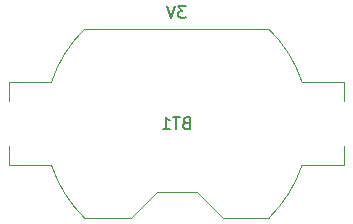
<source format=gbr>
%TF.GenerationSoftware,KiCad,Pcbnew,(6.0.11)*%
%TF.CreationDate,2023-04-20T22:04:15+02:00*%
%TF.ProjectId,NixieTubeSchematic,4e697869-6554-4756-9265-536368656d61,0.1*%
%TF.SameCoordinates,Original*%
%TF.FileFunction,AssemblyDrawing,Bot*%
%FSLAX46Y46*%
G04 Gerber Fmt 4.6, Leading zero omitted, Abs format (unit mm)*
G04 Created by KiCad (PCBNEW (6.0.11)) date 2023-04-20 22:04:15*
%MOMM*%
%LPD*%
G01*
G04 APERTURE LIST*
%ADD10C,0.150000*%
%ADD11C,0.100000*%
G04 APERTURE END LIST*
D10*
%TO.C,BT1*%
X143761904Y-92054380D02*
X143142857Y-92054380D01*
X143476190Y-92435333D01*
X143333333Y-92435333D01*
X143238095Y-92482952D01*
X143190476Y-92530571D01*
X143142857Y-92625809D01*
X143142857Y-92863904D01*
X143190476Y-92959142D01*
X143238095Y-93006761D01*
X143333333Y-93054380D01*
X143619047Y-93054380D01*
X143714285Y-93006761D01*
X143761904Y-92959142D01*
X142857142Y-92054380D02*
X142523809Y-93054380D01*
X142190476Y-92054380D01*
X143785714Y-101928571D02*
X143642857Y-101976190D01*
X143595238Y-102023809D01*
X143547619Y-102119047D01*
X143547619Y-102261904D01*
X143595238Y-102357142D01*
X143642857Y-102404761D01*
X143738095Y-102452380D01*
X144119047Y-102452380D01*
X144119047Y-101452380D01*
X143785714Y-101452380D01*
X143690476Y-101500000D01*
X143642857Y-101547619D01*
X143595238Y-101642857D01*
X143595238Y-101738095D01*
X143642857Y-101833333D01*
X143690476Y-101880952D01*
X143785714Y-101928571D01*
X144119047Y-101928571D01*
X143261904Y-101452380D02*
X142690476Y-101452380D01*
X142976190Y-102452380D02*
X142976190Y-101452380D01*
X141833333Y-102452380D02*
X142404761Y-102452380D01*
X142119047Y-102452380D02*
X142119047Y-101452380D01*
X142214285Y-101595238D01*
X142309523Y-101690476D01*
X142404761Y-101738095D01*
D11*
X141300000Y-107800000D02*
X139100000Y-110000000D01*
X132387250Y-98500000D02*
X128800000Y-98500000D01*
X139100000Y-110000000D02*
X135197400Y-110000000D01*
X128800000Y-98500000D02*
X128800000Y-100100000D01*
X157200000Y-105500000D02*
X153612750Y-105500000D01*
X150802600Y-94000000D02*
X135197400Y-94000000D01*
X128800000Y-103900000D02*
X128800000Y-105500000D01*
X157200000Y-103900000D02*
X157200000Y-105500000D01*
X128800000Y-105500000D02*
X132387250Y-105500000D01*
X146900000Y-110000000D02*
X150802600Y-110000000D01*
X157200000Y-98500000D02*
X157200000Y-100100000D01*
X144700000Y-107800000D02*
X146900000Y-110000000D01*
X157200000Y-98500000D02*
X153612750Y-98500000D01*
X144700000Y-107800000D02*
X141300000Y-107800000D01*
X135197398Y-94000008D02*
G75*
G03*
X132387250Y-98500000I7802602J-7999992D01*
G01*
X150802602Y-109999992D02*
G75*
G03*
X153612750Y-105500000I-7802592J7999985D01*
G01*
X132387250Y-105500000D02*
G75*
G03*
X135197398Y-109999992I10612756J3500003D01*
G01*
X153612750Y-98500000D02*
G75*
G03*
X150802602Y-94000008I-10612750J-3500000D01*
G01*
%TD*%
M02*

</source>
